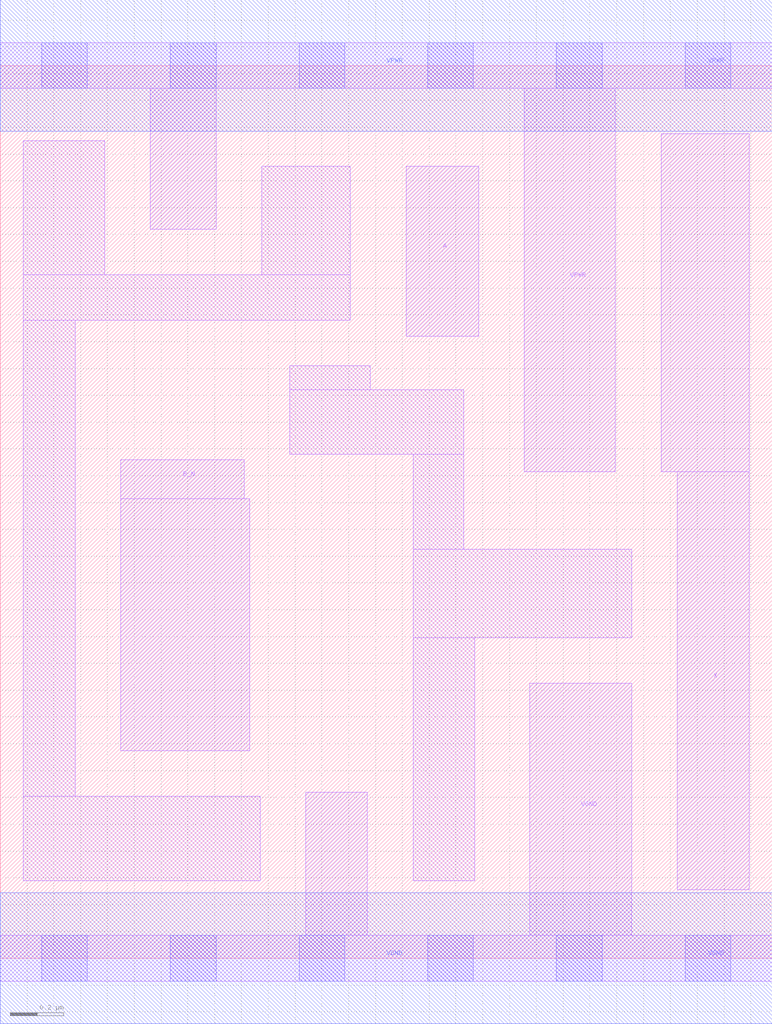
<source format=lef>
# Copyright 2020 The SkyWater PDK Authors
#
# Licensed under the Apache License, Version 2.0 (the "License");
# you may not use this file except in compliance with the License.
# You may obtain a copy of the License at
#
#     https://www.apache.org/licenses/LICENSE-2.0
#
# Unless required by applicable law or agreed to in writing, software
# distributed under the License is distributed on an "AS IS" BASIS,
# WITHOUT WARRANTIES OR CONDITIONS OF ANY KIND, either express or implied.
# See the License for the specific language governing permissions and
# limitations under the License.
#
# SPDX-License-Identifier: Apache-2.0

VERSION 5.7 ;
  NAMESCASESENSITIVE ON ;
  NOWIREEXTENSIONATPIN ON ;
  DIVIDERCHAR "/" ;
  BUSBITCHARS "[]" ;
UNITS
  DATABASE MICRONS 200 ;
END UNITS
MACRO sky130_fd_sc_lp__or2b_1
  CLASS CORE ;
  SOURCE USER ;
  FOREIGN sky130_fd_sc_lp__or2b_1 ;
  ORIGIN  0.000000  0.000000 ;
  SIZE  2.880000 BY  3.330000 ;
  SYMMETRY X Y R90 ;
  SITE unit ;
  PIN A
    ANTENNAGATEAREA  0.126000 ;
    DIRECTION INPUT ;
    USE SIGNAL ;
    PORT
      LAYER li1 ;
        RECT 1.515000 2.320000 1.785000 2.955000 ;
    END
  END A
  PIN B_N
    ANTENNAGATEAREA  0.126000 ;
    DIRECTION INPUT ;
    USE SIGNAL ;
    PORT
      LAYER li1 ;
        RECT 0.450000 0.775000 0.930000 1.715000 ;
        RECT 0.450000 1.715000 0.910000 1.860000 ;
    END
  END B_N
  PIN X
    ANTENNADIFFAREA  0.556500 ;
    DIRECTION OUTPUT ;
    USE SIGNAL ;
    PORT
      LAYER li1 ;
        RECT 2.465000 1.815000 2.795000 3.075000 ;
        RECT 2.525000 0.255000 2.795000 1.815000 ;
    END
  END X
  PIN VGND
    DIRECTION INOUT ;
    USE GROUND ;
    PORT
      LAYER li1 ;
        RECT 0.000000 -0.085000 2.880000 0.085000 ;
        RECT 1.140000  0.085000 1.370000 0.620000 ;
        RECT 1.975000  0.085000 2.355000 1.025000 ;
      LAYER mcon ;
        RECT 0.155000 -0.085000 0.325000 0.085000 ;
        RECT 0.635000 -0.085000 0.805000 0.085000 ;
        RECT 1.115000 -0.085000 1.285000 0.085000 ;
        RECT 1.595000 -0.085000 1.765000 0.085000 ;
        RECT 2.075000 -0.085000 2.245000 0.085000 ;
        RECT 2.555000 -0.085000 2.725000 0.085000 ;
      LAYER met1 ;
        RECT 0.000000 -0.245000 2.880000 0.245000 ;
    END
  END VGND
  PIN VPWR
    DIRECTION INOUT ;
    USE POWER ;
    PORT
      LAYER li1 ;
        RECT 0.000000 3.245000 2.880000 3.415000 ;
        RECT 0.560000 2.720000 0.805000 3.245000 ;
        RECT 1.955000 1.815000 2.295000 3.245000 ;
      LAYER mcon ;
        RECT 0.155000 3.245000 0.325000 3.415000 ;
        RECT 0.635000 3.245000 0.805000 3.415000 ;
        RECT 1.115000 3.245000 1.285000 3.415000 ;
        RECT 1.595000 3.245000 1.765000 3.415000 ;
        RECT 2.075000 3.245000 2.245000 3.415000 ;
        RECT 2.555000 3.245000 2.725000 3.415000 ;
      LAYER met1 ;
        RECT 0.000000 3.085000 2.880000 3.575000 ;
    END
  END VPWR
  OBS
    LAYER li1 ;
      RECT 0.085000 0.290000 0.970000 0.605000 ;
      RECT 0.085000 0.605000 0.280000 2.380000 ;
      RECT 0.085000 2.380000 1.305000 2.550000 ;
      RECT 0.085000 2.550000 0.390000 3.050000 ;
      RECT 0.975000 2.550000 1.305000 2.955000 ;
      RECT 1.080000 1.880000 1.730000 2.120000 ;
      RECT 1.080000 2.120000 1.380000 2.210000 ;
      RECT 1.540000 0.290000 1.770000 1.195000 ;
      RECT 1.540000 1.195000 2.355000 1.525000 ;
      RECT 1.540000 1.525000 1.730000 1.880000 ;
  END
END sky130_fd_sc_lp__or2b_1

</source>
